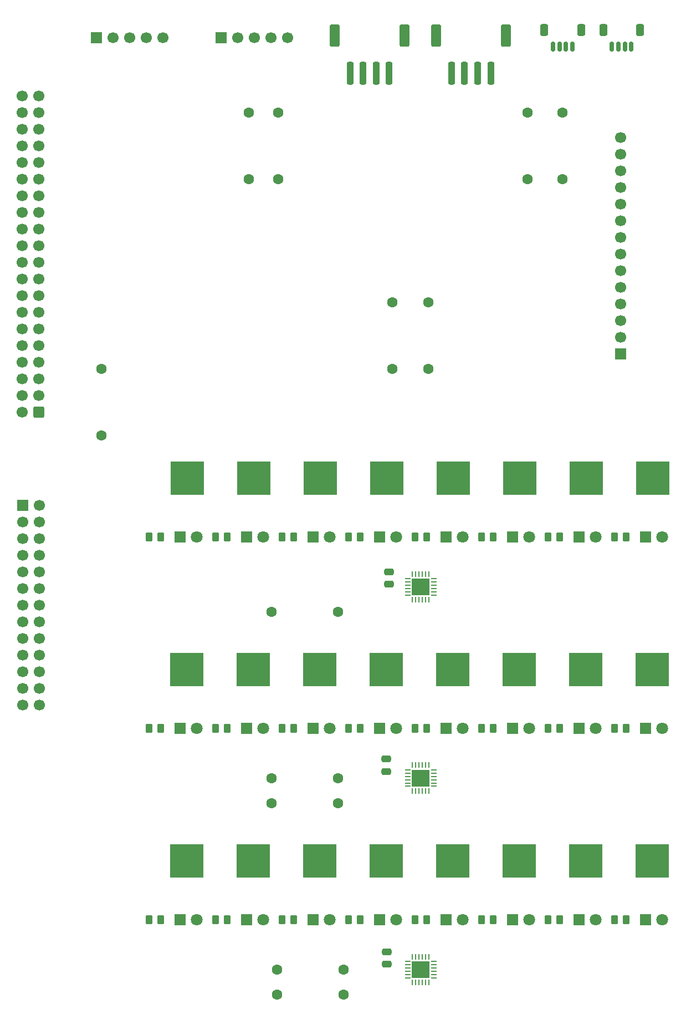
<source format=gbr>
%TF.GenerationSoftware,KiCad,Pcbnew,9.0.5*%
%TF.CreationDate,2025-12-13T23:57:35-06:00*%
%TF.ProjectId,Sensor_Board,53656e73-6f72-45f4-926f-6172642e6b69,rev?*%
%TF.SameCoordinates,Original*%
%TF.FileFunction,Soldermask,Top*%
%TF.FilePolarity,Negative*%
%FSLAX46Y46*%
G04 Gerber Fmt 4.6, Leading zero omitted, Abs format (unit mm)*
G04 Created by KiCad (PCBNEW 9.0.5) date 2025-12-13 23:57:35*
%MOMM*%
%LPD*%
G01*
G04 APERTURE LIST*
G04 Aperture macros list*
%AMRoundRect*
0 Rectangle with rounded corners*
0 $1 Rounding radius*
0 $2 $3 $4 $5 $6 $7 $8 $9 X,Y pos of 4 corners*
0 Add a 4 corners polygon primitive as box body*
4,1,4,$2,$3,$4,$5,$6,$7,$8,$9,$2,$3,0*
0 Add four circle primitives for the rounded corners*
1,1,$1+$1,$2,$3*
1,1,$1+$1,$4,$5*
1,1,$1+$1,$6,$7*
1,1,$1+$1,$8,$9*
0 Add four rect primitives between the rounded corners*
20,1,$1+$1,$2,$3,$4,$5,0*
20,1,$1+$1,$4,$5,$6,$7,0*
20,1,$1+$1,$6,$7,$8,$9,0*
20,1,$1+$1,$8,$9,$2,$3,0*%
G04 Aperture macros list end*
%ADD10R,1.800000X1.800000*%
%ADD11C,1.800000*%
%ADD12RoundRect,0.250000X-0.475000X0.250000X-0.475000X-0.250000X0.475000X-0.250000X0.475000X0.250000X0*%
%ADD13R,5.080000X5.080000*%
%ADD14R,1.700000X1.700000*%
%ADD15C,1.700000*%
%ADD16RoundRect,0.062500X-0.337500X-0.062500X0.337500X-0.062500X0.337500X0.062500X-0.337500X0.062500X0*%
%ADD17RoundRect,0.062500X-0.062500X-0.337500X0.062500X-0.337500X0.062500X0.337500X-0.062500X0.337500X0*%
%ADD18R,2.700000X2.600000*%
%ADD19RoundRect,0.250000X0.262500X0.450000X-0.262500X0.450000X-0.262500X-0.450000X0.262500X-0.450000X0*%
%ADD20RoundRect,0.250000X0.250000X1.500000X-0.250000X1.500000X-0.250000X-1.500000X0.250000X-1.500000X0*%
%ADD21RoundRect,0.250001X0.499999X1.449999X-0.499999X1.449999X-0.499999X-1.449999X0.499999X-1.449999X0*%
%ADD22C,1.600000*%
%ADD23RoundRect,0.250000X0.600000X0.600000X-0.600000X0.600000X-0.600000X-0.600000X0.600000X-0.600000X0*%
%ADD24RoundRect,0.150000X-0.150000X-0.625000X0.150000X-0.625000X0.150000X0.625000X-0.150000X0.625000X0*%
%ADD25RoundRect,0.250000X-0.350000X-0.650000X0.350000X-0.650000X0.350000X0.650000X-0.350000X0.650000X0*%
G04 APERTURE END LIST*
D10*
%TO.C,D15*%
X124460000Y-135890000D03*
D11*
X127000000Y-135890000D03*
%TD*%
D10*
%TO.C,D13*%
X104140000Y-135890000D03*
D11*
X106680000Y-135890000D03*
%TD*%
D12*
%TO.C,C2*%
X95000000Y-140550000D03*
X95000000Y-142450000D03*
%TD*%
D13*
%TO.C,Cap_pad9*%
X64596007Y-126919492D03*
%TD*%
D10*
%TO.C,D24*%
X134620000Y-165100000D03*
D11*
X137160000Y-165100000D03*
%TD*%
D10*
%TO.C,D3*%
X83820000Y-106680000D03*
D11*
X86360000Y-106680000D03*
%TD*%
D12*
%TO.C,C1*%
X95500000Y-112000000D03*
X95500000Y-113900000D03*
%TD*%
D14*
%TO.C,J1*%
X39500000Y-101880000D03*
D15*
X42040000Y-101880000D03*
X39500000Y-104420000D03*
X42040000Y-104420000D03*
X39500000Y-106960000D03*
X42040000Y-106960000D03*
X39500000Y-109500000D03*
X42040000Y-109500000D03*
X39500000Y-112040000D03*
X42040000Y-112040000D03*
X39500000Y-114580000D03*
X42040000Y-114580000D03*
X39500000Y-117120000D03*
X42040000Y-117120000D03*
X39500000Y-119660000D03*
X42040000Y-119660000D03*
X39500000Y-122200000D03*
X42040000Y-122200000D03*
X39500000Y-124740000D03*
X42040000Y-124740000D03*
X39500000Y-127280000D03*
X42040000Y-127280000D03*
X39500000Y-129820000D03*
X42040000Y-129820000D03*
X39500000Y-132360000D03*
X42040000Y-132360000D03*
%TD*%
D10*
%TO.C,D8*%
X134620000Y-106680000D03*
D11*
X137160000Y-106680000D03*
%TD*%
D16*
%TO.C,U1*%
X98331699Y-113040371D03*
X98331699Y-113540371D03*
X98331699Y-114040371D03*
X98331699Y-114540371D03*
X98331699Y-115040371D03*
X98331699Y-115540371D03*
D17*
X99056699Y-116265371D03*
X99556699Y-116265371D03*
X100056699Y-116265371D03*
X100556699Y-116265371D03*
X101056699Y-116265371D03*
X101556699Y-116265371D03*
D16*
X102281699Y-115540371D03*
X102281699Y-115040371D03*
X102281699Y-114540371D03*
X102281699Y-114040371D03*
X102281699Y-113540371D03*
X102281699Y-113040371D03*
D17*
X101556699Y-112315371D03*
X101056699Y-112315371D03*
X100556699Y-112315371D03*
X100056699Y-112315371D03*
X99556699Y-112315371D03*
X99056699Y-112315371D03*
D18*
X100306699Y-114290371D03*
%TD*%
D19*
%TO.C,R12*%
X70762500Y-165100000D03*
X68937500Y-165100000D03*
%TD*%
%TO.C,R23*%
X121562500Y-106680000D03*
X119737500Y-106680000D03*
%TD*%
%TO.C,R24*%
X111402500Y-106680000D03*
X109577500Y-106680000D03*
%TD*%
D10*
%TO.C,D11*%
X83820000Y-135890000D03*
D11*
X86360000Y-135890000D03*
%TD*%
D19*
%TO.C,R7*%
X121562500Y-165100000D03*
X119737500Y-165100000D03*
%TD*%
D10*
%TO.C,D16*%
X134620000Y-135890000D03*
D11*
X137160000Y-135890000D03*
%TD*%
D20*
%TO.C,STEMMA_2*%
X111000000Y-35850000D03*
X109000000Y-35850000D03*
X107000000Y-35850000D03*
X105000000Y-35850000D03*
D21*
X113350000Y-30100000D03*
X102650000Y-30100000D03*
%TD*%
D13*
%TO.C,Cap_pad20*%
X95076007Y-156095790D03*
%TD*%
D14*
%TO.C,BREAKOUT_GARDEN_1*%
X50746260Y-30432550D03*
D15*
X53286260Y-30432550D03*
X55826260Y-30432550D03*
X58366260Y-30432550D03*
X60906260Y-30432550D03*
%TD*%
D22*
%TO.C,R33*%
X88502840Y-176485623D03*
X78342840Y-176485623D03*
%TD*%
D23*
%TO.C,J2*%
X41910000Y-87630000D03*
D15*
X39370000Y-87630000D03*
X41910000Y-85090000D03*
X39370000Y-85090000D03*
X41910000Y-82550000D03*
X39370000Y-82550000D03*
X41910000Y-80010000D03*
X39370000Y-80010000D03*
X41910000Y-77470000D03*
X39370000Y-77470000D03*
X41910000Y-74930000D03*
X39370000Y-74930000D03*
X41910000Y-72390000D03*
X39370000Y-72390000D03*
X41910000Y-69850000D03*
X39370000Y-69850000D03*
X41910000Y-67310000D03*
X39370000Y-67310000D03*
X41910000Y-64770000D03*
X39370000Y-64770000D03*
X41910000Y-62230000D03*
X39370000Y-62230000D03*
X41910000Y-59690000D03*
X39370000Y-59690000D03*
X41910000Y-57150000D03*
X39370000Y-57150000D03*
X41910000Y-54610000D03*
X39370000Y-54610000D03*
X41910000Y-52070000D03*
X39370000Y-52070000D03*
X41910000Y-49530000D03*
X39370000Y-49530000D03*
X41910000Y-46990000D03*
X39370000Y-46990000D03*
X41910000Y-44450000D03*
X39370000Y-44450000D03*
X41910000Y-41910000D03*
X39370000Y-41910000D03*
X41910000Y-39370000D03*
X39370000Y-39370000D03*
%TD*%
D13*
%TO.C,Cap_pad4*%
X95143410Y-97719121D03*
%TD*%
D10*
%TO.C,D4*%
X93980000Y-106680000D03*
D11*
X96520000Y-106680000D03*
%TD*%
D13*
%TO.C,Cap_pad5*%
X105303410Y-97719121D03*
%TD*%
D20*
%TO.C,STEMMA_1*%
X95500000Y-35850000D03*
X93500000Y-35850000D03*
X91500000Y-35850000D03*
X89500000Y-35850000D03*
D21*
X97850000Y-30100000D03*
X87150000Y-30100000D03*
%TD*%
D19*
%TO.C,R11*%
X80922500Y-165100000D03*
X79097500Y-165100000D03*
%TD*%
D22*
%TO.C,R34*%
X87630000Y-118110000D03*
X77470000Y-118110000D03*
%TD*%
D19*
%TO.C,R9*%
X101242500Y-165100000D03*
X99417500Y-165100000D03*
%TD*%
D10*
%TO.C,D19*%
X83820000Y-165100000D03*
D11*
X86360000Y-165100000D03*
%TD*%
D13*
%TO.C,Cap_pad23*%
X125556007Y-156095790D03*
%TD*%
D10*
%TO.C,D14*%
X114300000Y-135890000D03*
D11*
X116840000Y-135890000D03*
%TD*%
D10*
%TO.C,D18*%
X73660000Y-165100000D03*
D11*
X76200000Y-165100000D03*
%TD*%
D19*
%TO.C,R27*%
X80922500Y-106680000D03*
X79097500Y-106680000D03*
%TD*%
%TO.C,R26*%
X91082500Y-106680000D03*
X89257500Y-106680000D03*
%TD*%
D22*
%TO.C,R5*%
X116605064Y-52050725D03*
X116605064Y-41890725D03*
%TD*%
D24*
%TO.C,Qwiic_2*%
X129500000Y-31825000D03*
X130500000Y-31825000D03*
X131500000Y-31825000D03*
X132500000Y-31825000D03*
D25*
X128200000Y-29300000D03*
X133800000Y-29300000D03*
%TD*%
D22*
%TO.C,R6*%
X121920000Y-52050725D03*
X121920000Y-41890725D03*
%TD*%
%TO.C,R32*%
X87630000Y-147320000D03*
X77470000Y-147320000D03*
%TD*%
%TO.C,R2*%
X95985669Y-70825935D03*
X95985669Y-80985935D03*
%TD*%
D10*
%TO.C,D6*%
X114300000Y-106680000D03*
D11*
X116840000Y-106680000D03*
%TD*%
D13*
%TO.C,Cap_pad6*%
X115463410Y-97719121D03*
%TD*%
D22*
%TO.C,R31*%
X51500000Y-81000000D03*
X51500000Y-91160000D03*
%TD*%
D19*
%TO.C,R20*%
X70762500Y-135890000D03*
X68937500Y-135890000D03*
%TD*%
D10*
%TO.C,D7*%
X124460000Y-106680000D03*
D11*
X127000000Y-106680000D03*
%TD*%
D10*
%TO.C,D21*%
X104140000Y-165100000D03*
D11*
X106680000Y-165100000D03*
%TD*%
D22*
%TO.C,R4*%
X78500000Y-52080000D03*
X78500000Y-41920000D03*
%TD*%
%TO.C,R35*%
X87630000Y-143510000D03*
X77470000Y-143510000D03*
%TD*%
D19*
%TO.C,R30*%
X131722500Y-165100000D03*
X129897500Y-165100000D03*
%TD*%
D22*
%TO.C,R3*%
X74000000Y-52080000D03*
X74000000Y-41920000D03*
%TD*%
%TO.C,R36*%
X88502840Y-172675623D03*
X78342840Y-172675623D03*
%TD*%
D10*
%TO.C,D17*%
X63500000Y-165100000D03*
D11*
X66040000Y-165100000D03*
%TD*%
D19*
%TO.C,R28*%
X70762500Y-106680000D03*
X68937500Y-106680000D03*
%TD*%
D13*
%TO.C,Cap_pad21*%
X105236007Y-156095790D03*
%TD*%
%TO.C,Cap_pad18*%
X74756007Y-156095790D03*
%TD*%
D22*
%TO.C,R1*%
X101500000Y-70840000D03*
X101500000Y-81000000D03*
%TD*%
D13*
%TO.C,Cap_pad12*%
X95076007Y-126919492D03*
%TD*%
D10*
%TO.C,D5*%
X104140000Y-106680000D03*
D11*
X106680000Y-106680000D03*
%TD*%
D19*
%TO.C,R16*%
X111402500Y-135890000D03*
X109577500Y-135890000D03*
%TD*%
D14*
%TO.C,U4*%
X130810000Y-78740000D03*
D15*
X130810000Y-76200000D03*
X130810000Y-73660000D03*
X130810000Y-71120000D03*
X130810000Y-68580000D03*
X130810000Y-66040000D03*
X130810000Y-63500000D03*
X130810000Y-60960000D03*
X130810000Y-58420000D03*
X130810000Y-55880000D03*
X130810000Y-53340000D03*
X130810000Y-50800000D03*
X130810000Y-48260000D03*
X130810000Y-45720000D03*
%TD*%
D10*
%TO.C,D23*%
X124460000Y-165100000D03*
D11*
X127000000Y-165100000D03*
%TD*%
D13*
%TO.C,Cap_pad13*%
X105236007Y-126919492D03*
%TD*%
D12*
%TO.C,C3*%
X95080161Y-169968744D03*
X95080161Y-171868744D03*
%TD*%
D16*
%TO.C,U2*%
X98331699Y-142223983D03*
X98331699Y-142723983D03*
X98331699Y-143223983D03*
X98331699Y-143723983D03*
X98331699Y-144223983D03*
X98331699Y-144723983D03*
D17*
X99056699Y-145448983D03*
X99556699Y-145448983D03*
X100056699Y-145448983D03*
X100556699Y-145448983D03*
X101056699Y-145448983D03*
X101556699Y-145448983D03*
D16*
X102281699Y-144723983D03*
X102281699Y-144223983D03*
X102281699Y-143723983D03*
X102281699Y-143223983D03*
X102281699Y-142723983D03*
X102281699Y-142223983D03*
D17*
X101556699Y-141498983D03*
X101056699Y-141498983D03*
X100556699Y-141498983D03*
X100056699Y-141498983D03*
X99556699Y-141498983D03*
X99056699Y-141498983D03*
D18*
X100306699Y-143473983D03*
%TD*%
D10*
%TO.C,D10*%
X73660000Y-135890000D03*
D11*
X76200000Y-135890000D03*
%TD*%
D13*
%TO.C,Cap_pad15*%
X125556007Y-126919492D03*
%TD*%
D19*
%TO.C,R10*%
X91082500Y-165100000D03*
X89257500Y-165100000D03*
%TD*%
D13*
%TO.C,Cap_pad8*%
X135783410Y-97719121D03*
%TD*%
D10*
%TO.C,D9*%
X63500000Y-135890000D03*
D11*
X66040000Y-135890000D03*
%TD*%
D19*
%TO.C,R19*%
X80922500Y-135890000D03*
X79097500Y-135890000D03*
%TD*%
D13*
%TO.C,Cap_pad2*%
X74823410Y-97719121D03*
%TD*%
D14*
%TO.C,BREAKOUT_GARDEN_2*%
X69796260Y-30432550D03*
D15*
X72336260Y-30432550D03*
X74876260Y-30432550D03*
X77416260Y-30432550D03*
X79956260Y-30432550D03*
%TD*%
D10*
%TO.C,D22*%
X114300000Y-165100000D03*
D11*
X116840000Y-165100000D03*
%TD*%
D13*
%TO.C,Cap_pad24*%
X135716007Y-156095790D03*
%TD*%
%TO.C,Cap_pad11*%
X84916007Y-126919492D03*
%TD*%
%TO.C,Cap_pad16*%
X135716007Y-126919492D03*
%TD*%
D19*
%TO.C,R8*%
X111402500Y-165100000D03*
X109577500Y-165100000D03*
%TD*%
D13*
%TO.C,Cap_pad7*%
X125623410Y-97719121D03*
%TD*%
D10*
%TO.C,D1*%
X63500000Y-106680000D03*
D11*
X66040000Y-106680000D03*
%TD*%
D13*
%TO.C,Cap_pad1*%
X64663410Y-97719121D03*
%TD*%
D19*
%TO.C,R14*%
X131722500Y-135890000D03*
X129897500Y-135890000D03*
%TD*%
D13*
%TO.C,Cap_pad19*%
X84916007Y-156095790D03*
%TD*%
D24*
%TO.C,Qwiic_1*%
X120500000Y-31825000D03*
X121500000Y-31825000D03*
X122500000Y-31825000D03*
X123500000Y-31825000D03*
D25*
X119200000Y-29300000D03*
X124800000Y-29300000D03*
%TD*%
D19*
%TO.C,R18*%
X91082500Y-135890000D03*
X89257500Y-135890000D03*
%TD*%
%TO.C,R13*%
X60602500Y-165100000D03*
X58777500Y-165100000D03*
%TD*%
%TO.C,R29*%
X60602500Y-106680000D03*
X58777500Y-106680000D03*
%TD*%
%TO.C,R15*%
X121562500Y-135890000D03*
X119737500Y-135890000D03*
%TD*%
D13*
%TO.C,Cap_pad3*%
X84983410Y-97719121D03*
%TD*%
D10*
%TO.C,D20*%
X93980000Y-165100000D03*
D11*
X96520000Y-165100000D03*
%TD*%
D13*
%TO.C,Cap_pad14*%
X115396007Y-126919492D03*
%TD*%
%TO.C,Cap_pad10*%
X74756007Y-126919492D03*
%TD*%
D10*
%TO.C,D12*%
X93980000Y-135890000D03*
D11*
X96520000Y-135890000D03*
%TD*%
D19*
%TO.C,R25*%
X101242500Y-106680000D03*
X99417500Y-106680000D03*
%TD*%
%TO.C,R21*%
X60602500Y-135890000D03*
X58777500Y-135890000D03*
%TD*%
D10*
%TO.C,D2*%
X73660000Y-106680000D03*
D11*
X76200000Y-106680000D03*
%TD*%
D19*
%TO.C,R22*%
X131722500Y-106680000D03*
X129897500Y-106680000D03*
%TD*%
%TO.C,R17*%
X101242500Y-135890000D03*
X99417500Y-135890000D03*
%TD*%
D16*
%TO.C,U3*%
X98331699Y-171463825D03*
X98331699Y-171963825D03*
X98331699Y-172463825D03*
X98331699Y-172963825D03*
X98331699Y-173463825D03*
X98331699Y-173963825D03*
D17*
X99056699Y-174688825D03*
X99556699Y-174688825D03*
X100056699Y-174688825D03*
X100556699Y-174688825D03*
X101056699Y-174688825D03*
X101556699Y-174688825D03*
D16*
X102281699Y-173963825D03*
X102281699Y-173463825D03*
X102281699Y-172963825D03*
X102281699Y-172463825D03*
X102281699Y-171963825D03*
X102281699Y-171463825D03*
D17*
X101556699Y-170738825D03*
X101056699Y-170738825D03*
X100556699Y-170738825D03*
X100056699Y-170738825D03*
X99556699Y-170738825D03*
X99056699Y-170738825D03*
D18*
X100306699Y-172713825D03*
%TD*%
D13*
%TO.C,Cap_pad17*%
X64596007Y-156095790D03*
%TD*%
%TO.C,Cap_pad22*%
X115396007Y-156095790D03*
%TD*%
M02*

</source>
